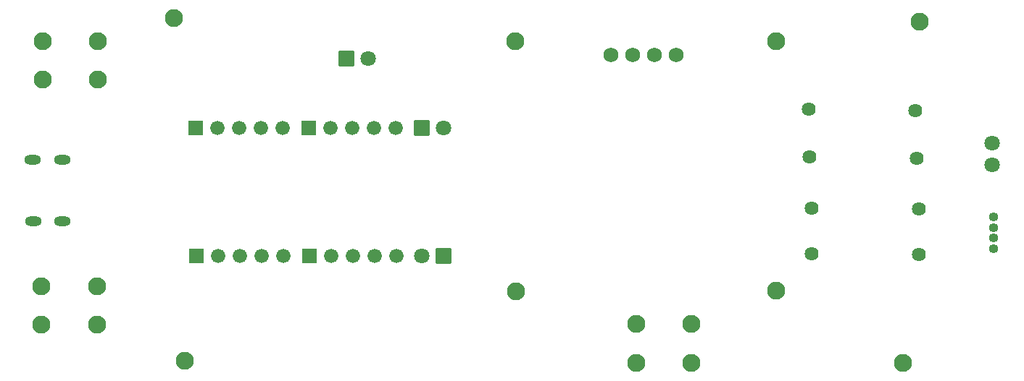
<source format=gbs>
G04 Layer: BottomSolderMaskLayer*
G04 EasyEDA v6.5.51, 2026-01-08 14:15:24*
G04 8ef0b08dc1df4c4d9fe98ab44df64a74,135c0aa5003143b9a617c0a099cfb315,10*
G04 Gerber Generator version 0.2*
G04 Scale: 100 percent, Rotated: No, Reflected: No *
G04 Dimensions in millimeters *
G04 leading zeros omitted , absolute positions ,4 integer and 5 decimal *
%FSLAX45Y45*%
%MOMM*%

%AMMACRO1*4,1,8,-0.8085,-0.8382,-0.8382,-0.8082,-0.8382,0.8085,-0.8085,0.8382,0.8082,0.8382,0.8382,0.8085,0.8382,-0.8082,0.8082,-0.8382,-0.8085,-0.8382,0*%
%AMMACRO2*4,1,8,-0.871,-0.9007,-0.9007,-0.8707,-0.9007,0.871,-0.871,0.9007,0.8707,0.9007,0.9007,0.871,0.9007,-0.8707,0.8707,-0.9007,-0.871,-0.9007,0*%
%AMMACRO3*4,1,8,-0.871,-0.9008,-0.9007,-0.8708,-0.9007,0.8711,-0.871,0.9008,0.8707,0.9008,0.9007,0.8711,0.9007,-0.8708,0.8707,-0.9008,-0.871,-0.9008,0*%
%ADD10C,1.6764*%
%ADD11MACRO1*%
%ADD12MACRO2*%
%ADD13C,1.8016*%
%ADD14MACRO3*%
%ADD15C,2.1016*%
%ADD16C,0.0184*%
%ADD17O,1.101598X1.101598*%
%ADD18C,1.7516*%
%ADD19C,1.8032*%
%ADD20C,1.6256*%
%ADD21O,1.951609X1.151611*%

%LPD*%
D10*
G01*
X3556000Y2616200D03*
G01*
X3302000Y2616200D03*
G01*
X3048000Y2616200D03*
G01*
X2794000Y2616200D03*
D11*
G01*
X2540000Y2616200D03*
D10*
G01*
X2235200Y2616200D03*
G01*
X1981200Y2616200D03*
G01*
X1727200Y2616200D03*
G01*
X1473200Y2616200D03*
D11*
G01*
X1219200Y2616200D03*
D10*
G01*
X2247900Y1117600D03*
G01*
X1993900Y1117600D03*
G01*
X1739900Y1117600D03*
G01*
X1485900Y1117600D03*
D11*
G01*
X1231900Y1117600D03*
D10*
G01*
X3568700Y1117600D03*
G01*
X3314700Y1117600D03*
G01*
X3060700Y1117600D03*
G01*
X2806700Y1117600D03*
D11*
G01*
X2552700Y1117600D03*
D12*
G01*
X4114800Y1117600D03*
D13*
G01*
X3860800Y1117600D03*
D14*
G01*
X3860800Y2616187D03*
D13*
G01*
X4114800Y2616200D03*
D14*
G01*
X2984500Y3428987D03*
D13*
G01*
X3238500Y3429000D03*
D15*
G01*
X-566293Y3178606D03*
G01*
X83693Y3178606D03*
G01*
X83693Y3628593D03*
G01*
X-566293Y3628593D03*
G01*
X-578993Y308406D03*
G01*
X70993Y308406D03*
G01*
X70993Y758393D03*
G01*
X-578993Y758393D03*
G01*
X6367906Y-136093D03*
G01*
X7017893Y-136093D03*
G01*
X7017893Y313893D03*
G01*
X6367906Y313893D03*
D17*
G01*
X10541000Y1571802D03*
G01*
X10541000Y1446809D03*
G01*
X10541000Y1196797D03*
G01*
X10541000Y1321790D03*
D18*
G01*
X6832600Y3467227D03*
G01*
X6578600Y3467227D03*
G01*
X6324600Y3467227D03*
G01*
X6070600Y3466972D03*
D19*
G01*
X10528300Y2438400D03*
G01*
X10528300Y2184400D03*
D20*
G01*
X8382000Y2832100D03*
G01*
X9632010Y2819400D03*
G01*
X8394700Y2273300D03*
G01*
X9644710Y2260600D03*
G01*
X8420100Y1676400D03*
G01*
X9670110Y1663700D03*
G01*
X8420100Y1143000D03*
G01*
X9670110Y1130300D03*
D15*
G01*
X9677400Y3860800D03*
G01*
X1092200Y-114300D03*
G01*
X965200Y3898900D03*
G01*
X9486900Y-139700D03*
G01*
X4953000Y3632200D03*
G01*
X8001000Y3632200D03*
G01*
X4965700Y698500D03*
G01*
X8001000Y711200D03*
D21*
G01*
X-680491Y2237079D03*
G01*
X-335508Y1522095D03*
G01*
X-675512Y1522095D03*
G01*
X-335508Y2237079D03*
M02*

</source>
